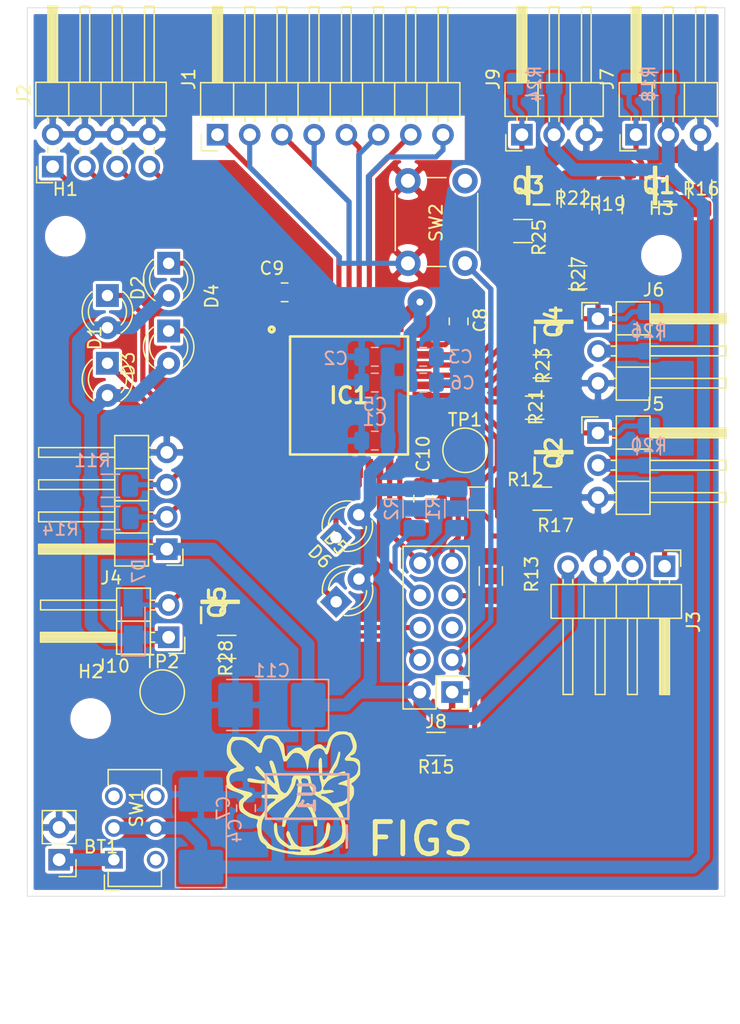
<source format=kicad_pcb>
(kicad_pcb (version 20171130) (host pcbnew "(5.1.9)-1")
  (title_block (title FIGS_PCB) (date 2021-03-04) (rev 1x) (company "FIGS INC."))
  (layers (0 F.Cu signal) (31 B.Cu signal) (34 B.Paste user) (35 F.Paste user) (36 B.SilkS user) (37 F.SilkS user) (38 B.Mask user) (39 F.Mask user) (44 Edge.Cuts user))
  (net 0 "")
  (net 1 GNDA)
  (net 2 "Net-(BT1-Pad1)")
  (net 3 +3V3)
  (net 4 +BATT)
  (net 5 /VCCD)
  (net 6 /VADC_BYPASS)
  (net 7 /CAPSENS_CMOD)
  (net 8 /SERVOS_LED3)
  (net 9 /SERVOS_LED2)
  (net 10 /SERVOS_LED1)
  (net 11 /SERVOS_LED0)
  (net 12 /STATUS_LED1)
  (net 13 /STATUS_LED0)
  (net 14 "Net-(D7-Pad2)")
  (net 15 "Net-(IC1-Pad43)")
  (net 16 "Net-(IC1-Pad42)")
  (net 17 "Net-(IC1-Pad41)")
  (net 18 /CAPSENSE3)
  (net 19 /CAPSENSE2)
  (net 20 /CAPSENSE1)
  (net 21 /CAPSENSE0)
  (net 22 /XRES)
  (net 23 /SERVOS_OUT3)
  (net 24 /SERVOS_OUT2)
  (net 25 /SERVOS_OUT1)
  (net 26 /SERVOS_OUT0)
  (net 27 "Net-(IC1-Pad27)")
  (net 28 "Net-(IC1-Pad26)")
  (net 29 /VIBRATION)
  (net 30 /TUNER_SDA)
  (net 31 /TUNER_SCL)
  (net 32 "Net-(IC1-Pad16)")
  (net 33 "Net-(IC1-Pad15)")
  (net 34 /SWD_CLK)
  (net 35 /SWD_IO)
  (net 36 /IMU_SDA)
  (net 37 /IMU_SCL)
  (net 38 /TIP_SENSOR3)
  (net 39 /TIP_SENSOR2)
  (net 40 /TIP_SENSOR1)
  (net 41 /TIP_SENSOR0)
  (net 42 /BT_UART_RX)
  (net 43 /BT_UART_TX)
  (net 44 /CTRLS0)
  (net 45 /CTRLS1)
  (net 46 /CTRLS2)
  (net 47 /KP_TX)
  (net 48 /KP_RX)
  (net 49 /CTRLS3)
  (net 50 "Net-(J8-Pad5)")
  (module FIGSGRAPHIC:GraphicFIGS10x10 (layer F.Cu) (at 51 82)
    (fp_text reference G*** hide)
    (fp_text value LOGO hide)
  )
  (module Resistor_SMD:R_1206_3216Metric_Pad1.30x1.75mm_HandSolder (layer B.Cu) (at 60.54 59.45 270)
    (fp_text reference R2 (at 0 1.82 90) (layer B.SilkS) (effects (justify mirror)))
    (fp_text value 10k)
    (pad 2 smd roundrect (at 1.55 0 270) (size 1.3 1.75) (layers B.Cu B.Paste B.Mask) (roundrect_rratio 0.1923076923076923) (net 31 /TUNER_SCL))
    (pad 1 smd roundrect (at -1.55 0 270) (size 1.3 1.75) (layers B.Cu B.Paste B.Mask) (roundrect_rratio 0.1923076923076923) (net 3 +3V3))
  )
  (module Resistor_SMD:R_1206_3216Metric_Pad1.30x1.75mm_HandSolder (layer B.Cu) (at 63.83 59.45 270)
    (fp_text reference R1 (at 0 1.82 90) (layer B.SilkS) (effects (justify mirror)))
    (fp_text value 10k)
    (pad 2 smd roundrect (at 1.55 0 270) (size 1.3 1.75) (layers B.Cu B.Paste B.Mask) (roundrect_rratio 0.1923076923076923) (net 30 /TUNER_SDA))
    (pad 1 smd roundrect (at -1.55 0 270) (size 1.3 1.75) (layers B.Cu B.Paste B.Mask) (roundrect_rratio 0.1923076923076923) (net 3 +3V3))
  )
  (module TestPoint:TestPoint_Pad_D3.0mm (layer F.Cu) (at 40.64 73.914)
    (fp_text reference TP2 (at 0 -2.398) (layer F.SilkS))
    (fp_text value TestPoint)
    (pad 1 smd circle (at 0 0) (size 3 3) (layers F.Cu F.Mask) (net 29 /VIBRATION))
  )
  (module TestPoint:TestPoint_Pad_D3.0mm (layer F.Cu) (at 64.516 54.864)
    (fp_text reference TP1 (at 0 -2.398) (layer F.SilkS))
    (fp_text value TestPoint)
    (pad 1 smd circle (at 0 0) (size 3 3) (layers F.Cu F.Mask) (net 29 /VIBRATION))
  )
  (module Connector_PinHeader_2.54mm:PinHeader_2x04_P2.54mm_Horizontal (layer F.Cu) (at 32.004 32.512 90)
    (fp_text reference J2 (at 5.655 -2.27 90) (layer F.SilkS))
    (fp_text value FINGCONN)
    (pad 8 thru_hole oval (at 2.54 7.62 90) (size 1.7 1.7) (drill 1) (layers *.Cu *.Mask) (net 1 GNDA))
    (pad 7 thru_hole oval (at 0 7.62 90) (size 1.7 1.7) (drill 1) (layers *.Cu *.Mask) (net 41 /TIP_SENSOR0))
    (pad 6 thru_hole oval (at 2.54 5.08 90) (size 1.7 1.7) (drill 1) (layers *.Cu *.Mask) (net 1 GNDA))
    (pad 5 thru_hole oval (at 0 5.08 90) (size 1.7 1.7) (drill 1) (layers *.Cu *.Mask) (net 40 /TIP_SENSOR1))
    (pad 4 thru_hole oval (at 2.54 2.54 90) (size 1.7 1.7) (drill 1) (layers *.Cu *.Mask) (net 1 GNDA))
    (pad 3 thru_hole oval (at 0 2.54 90) (size 1.7 1.7) (drill 1) (layers *.Cu *.Mask) (net 39 /TIP_SENSOR2))
    (pad 2 thru_hole oval (at 2.54 0 90) (size 1.7 1.7) (drill 1) (layers *.Cu *.Mask) (net 1 GNDA))
    (pad 1 thru_hole rect (at 0 0 90) (size 1.7 1.7) (drill 1) (layers *.Cu *.Mask) (net 38 /TIP_SENSOR3))
  )
  (module LED_THT:LED_D3.0mm (layer F.Cu) (at 54.337949 61.740051 45)
    (fp_text reference D6 (at -1.957979 0.163342 315) (layer F.SilkS))
    (fp_text value LED)
    (pad 2 thru_hole circle (at 2.54 0 45) (size 1.8 1.8) (drill 0.9) (layers *.Cu *.Mask) (net 3 +3V3))
    (pad 1 thru_hole rect (at 0 0 45) (size 1.8 1.8) (drill 0.9) (layers *.Cu *.Mask) (net 13 /STATUS_LED0))
  )
  (module Capacitor_SMD:C_0805_2012Metric_Pad1.18x1.45mm_HandSolder (layer F.Cu) (at 64.008 44.704 90)
    (fp_text reference C8 (at 0.089803 1.706249 90) (layer F.SilkS))
    (fp_text value 1uF)
    (pad 2 smd roundrect (at 1.0375 0 90) (size 1.175 1.45) (layers F.Cu F.Paste F.Mask) (roundrect_rratio 0.2127659574468085) (net 1 GNDA))
    (pad 1 smd roundrect (at -1.0375 0 90) (size 1.175 1.45) (layers F.Cu F.Paste F.Mask) (roundrect_rratio 0.2127659574468085) (net 5 /VCCD))
  )
  (module Button_Switch_THT:SW_PUSH_6mm_H4.3mm (layer F.Cu) (at 64.516 33.632 270)
    (fp_text reference SW2 (at 3.302 2.286 90) (layer F.SilkS))
    (fp_text value SW_Push)
    (pad 1 thru_hole circle (at 6.5 0) (size 2 2) (drill 1.1) (layers *.Cu *.Mask) (net 22 /XRES))
    (pad 2 thru_hole circle (at 6.5 4.5) (size 2 2) (drill 1.1) (layers *.Cu *.Mask) (net 1 GNDA))
    (pad 1 thru_hole circle (at 0 0) (size 2 2) (drill 1.1) (layers *.Cu *.Mask) (net 22 /XRES))
    (pad 2 thru_hole circle (at 0 4.5) (size 2 2) (drill 1.1) (layers *.Cu *.Mask) (net 1 GNDA))
  )
  (module CY8C4245AXI-483:QFP80P1200X1200X160-44N (layer F.Cu) (at 55.372 50.546)
    (fp_text reference IC1 (at 0 0) (layer F.SilkS) (effects (font (size 1.27 1.27) (thickness 0.254))))
    (fp_text value CY8C4245AXI-483 hide)
    (pad 44 smd rect (at -4 -5.75) (size 0.6 1.5) (layers F.Cu F.Paste F.Mask) (net 6 /VADC_BYPASS))
    (pad 43 smd rect (at -3.2 -5.75) (size 0.6 1.5) (layers F.Cu F.Paste F.Mask) (net 15 "Net-(IC1-Pad43)"))
    (pad 42 smd rect (at -2.4 -5.75) (size 0.6 1.5) (layers F.Cu F.Paste F.Mask) (net 16 "Net-(IC1-Pad42)"))
    (pad 41 smd rect (at -1.6 -5.75) (size 0.6 1.5) (layers F.Cu F.Paste F.Mask) (net 17 "Net-(IC1-Pad41)"))
    (pad 40 smd rect (at -0.8 -5.75) (size 0.6 1.5) (layers F.Cu F.Paste F.Mask) (net 18 /CAPSENSE3))
    (pad 39 smd rect (at 0 -5.75) (size 0.6 1.5) (layers F.Cu F.Paste F.Mask) (net 19 /CAPSENSE2))
    (pad 38 smd rect (at 0.8 -5.75) (size 0.6 1.5) (layers F.Cu F.Paste F.Mask) (net 20 /CAPSENSE1))
    (pad 37 smd rect (at 1.6 -5.75) (size 0.6 1.5) (layers F.Cu F.Paste F.Mask) (net 21 /CAPSENSE0))
    (pad 36 smd rect (at 2.4 -5.75) (size 0.6 1.5) (layers F.Cu F.Paste F.Mask) (net 1 GNDA))
    (pad 35 smd rect (at 3.2 -5.75) (size 0.6 1.5) (layers F.Cu F.Paste F.Mask) (net 3 +3V3))
    (pad 34 smd rect (at 4 -5.75) (size 0.6 1.5) (layers F.Cu F.Paste F.Mask) (net 3 +3V3))
    (pad 33 smd rect (at 5.75 -4 90) (size 0.6 1.5) (layers F.Cu F.Paste F.Mask) (net 5 /VCCD))
    (pad 32 smd rect (at 5.75 -3.2 90) (size 0.6 1.5) (layers F.Cu F.Paste F.Mask) (net 22 /XRES))
    (pad 31 smd rect (at 5.75 -2.4 90) (size 0.6 1.5) (layers F.Cu F.Paste F.Mask) (net 23 /SERVOS_OUT3))
    (pad 30 smd rect (at 5.75 -1.6 90) (size 0.6 1.5) (layers F.Cu F.Paste F.Mask) (net 24 /SERVOS_OUT2))
    (pad 29 smd rect (at 5.75 -0.8 90) (size 0.6 1.5) (layers F.Cu F.Paste F.Mask) (net 25 /SERVOS_OUT1))
    (pad 28 smd rect (at 5.75 0 90) (size 0.6 1.5) (layers F.Cu F.Paste F.Mask) (net 26 /SERVOS_OUT0))
    (pad 27 smd rect (at 5.75 0.8 90) (size 0.6 1.5) (layers F.Cu F.Paste F.Mask) (net 27 "Net-(IC1-Pad27)"))
    (pad 26 smd rect (at 5.75 1.6 90) (size 0.6 1.5) (layers F.Cu F.Paste F.Mask) (net 28 "Net-(IC1-Pad26)"))
    (pad 25 smd rect (at 5.75 2.4 90) (size 0.6 1.5) (layers F.Cu F.Paste F.Mask) (net 42 /BT_UART_RX))
    (pad 24 smd rect (at 5.75 3.2 90) (size 0.6 1.5) (layers F.Cu F.Paste F.Mask) (net 43 /BT_UART_TX))
    (pad 23 smd rect (at 5.75 4 90) (size 0.6 1.5) (layers F.Cu F.Paste F.Mask) (net 29 /VIBRATION))
    (pad 22 smd rect (at 4 5.75) (size 0.6 1.5) (layers F.Cu F.Paste F.Mask) (net 7 /CAPSENS_CMOD))
    (pad 21 smd rect (at 3.2 5.75) (size 0.6 1.5) (layers F.Cu F.Paste F.Mask) (net 30 /TUNER_SDA))
    (pad 20 smd rect (at 2.4 5.75) (size 0.6 1.5) (layers F.Cu F.Paste F.Mask) (net 31 /TUNER_SCL))
    (pad 19 smd rect (at 1.6 5.75) (size 0.6 1.5) (layers F.Cu F.Paste F.Mask) (net 3 +3V3))
    (pad 18 smd rect (at 0.8 5.75) (size 0.6 1.5) (layers F.Cu F.Paste F.Mask) (net 13 /STATUS_LED0))
    (pad 17 smd rect (at 0 5.75) (size 0.6 1.5) (layers F.Cu F.Paste F.Mask) (net 12 /STATUS_LED1))
    (pad 16 smd rect (at -0.8 5.75) (size 0.6 1.5) (layers F.Cu F.Paste F.Mask) (net 32 "Net-(IC1-Pad16)"))
    (pad 15 smd rect (at -1.6 5.75) (size 0.6 1.5) (layers F.Cu F.Paste F.Mask) (net 33 "Net-(IC1-Pad15)"))
    (pad 14 smd rect (at -2.4 5.75) (size 0.6 1.5) (layers F.Cu F.Paste F.Mask) (net 34 /SWD_CLK))
    (pad 13 smd rect (at -3.2 5.75) (size 0.6 1.5) (layers F.Cu F.Paste F.Mask) (net 35 /SWD_IO))
    (pad 12 smd rect (at -4 5.75) (size 0.6 1.5) (layers F.Cu F.Paste F.Mask) (net 36 /IMU_SDA))
    (pad 11 smd rect (at -5.75 4 90) (size 0.6 1.5) (layers F.Cu F.Paste F.Mask) (net 37 /IMU_SCL))
    (pad 10 smd rect (at -5.75 3.2 90) (size 0.6 1.5) (layers F.Cu F.Paste F.Mask) (net 1 GNDA))
    (pad 9 smd rect (at -5.75 2.4 90) (size 0.6 1.5) (layers F.Cu F.Paste F.Mask) (net 8 /SERVOS_LED3))
    (pad 8 smd rect (at -5.75 1.6 90) (size 0.6 1.5) (layers F.Cu F.Paste F.Mask) (net 9 /SERVOS_LED2))
    (pad 7 smd rect (at -5.75 0.8 90) (size 0.6 1.5) (layers F.Cu F.Paste F.Mask) (net 10 /SERVOS_LED1))
    (pad 6 smd rect (at -5.75 0 90) (size 0.6 1.5) (layers F.Cu F.Paste F.Mask) (net 11 /SERVOS_LED0))
    (pad 5 smd rect (at -5.75 -0.8 90) (size 0.6 1.5) (layers F.Cu F.Paste F.Mask) (net 38 /TIP_SENSOR3))
    (pad 4 smd rect (at -5.75 -1.6 90) (size 0.6 1.5) (layers F.Cu F.Paste F.Mask) (net 39 /TIP_SENSOR2))
    (pad 3 smd rect (at -5.75 -2.4 90) (size 0.6 1.5) (layers F.Cu F.Paste F.Mask) (net 40 /TIP_SENSOR1))
    (pad 2 smd rect (at -5.75 -3.2 90) (size 0.6 1.5) (layers F.Cu F.Paste F.Mask) (net 41 /TIP_SENSOR0))
    (pad 1 smd rect (at -5.75 -4 90) (size 0.6 1.5) (layers F.Cu F.Paste F.Mask) (net 1 GNDA))
  )
  (module MountingHole:MountingHole_2.7mm (layer F.Cu) (at 80 39.5)
    (fp_text reference H3 (at 0 -3.7) (layer F.SilkS))
    (fp_text value MountingHole)
    (pad 1 np_thru_hole circle (at 0 0) (size 2.7 2.7) (drill 2.7) (layers *.Cu *.Mask))
  )
  (module MountingHole:MountingHole_2.7mm (layer F.Cu) (at 35 76)
    (fp_text reference H2 (at 0 -3.7) (layer F.SilkS))
    (fp_text value MountingHole)
    (pad 1 np_thru_hole circle (at 0 0) (size 2.7 2.7) (drill 2.7) (layers *.Cu *.Mask))
  )
  (module MountingHole:MountingHole_2.7mm (layer F.Cu) (at 33 38)
    (fp_text reference H1 (at 0 -3.7) (layer F.SilkS))
    (fp_text value MountingHole)
    (pad 1 np_thru_hole circle (at 0 0) (size 2.7 2.7) (drill 2.7) (layers *.Cu *.Mask))
  )
  (module Capacitor_Tantalum_SMD:CP_EIA-7132-20_AVX-U_Pad2.72x3.50mm_HandSolder (layer B.Cu) (at 49.276 74.93 180)
    (fp_text reference C11 (at 0 2.7) (layer B.SilkS) (effects (justify mirror)))
    (fp_text value 10uF)
    (pad 2 smd roundrect (at 2.8625 0 180) (size 2.725 3.5) (layers B.Cu B.Paste B.Mask) (roundrect_rratio 0.09174275229357798) (net 1 GNDA))
    (pad 1 smd roundrect (at -2.8625 0 180) (size 2.725 3.5) (layers B.Cu B.Paste B.Mask) (roundrect_rratio 0.09174275229357798) (net 3 +3V3))
  )
  (module Capacitor_Tantalum_SMD:CP_EIA-7132-20_AVX-U_Pad2.72x3.50mm_HandSolder (layer B.Cu) (at 43.688 84.836 90)
    (fp_text reference C4 (at 0 2.7 90) (layer B.SilkS) (effects (justify mirror)))
    (fp_text value 10uF)
    (pad 2 smd roundrect (at 2.8625 0 90) (size 2.725 3.5) (layers B.Cu B.Paste B.Mask) (roundrect_rratio 0.09174275229357798) (net 1 GNDA))
    (pad 1 smd roundrect (at -2.8625 0 90) (size 2.725 3.5) (layers B.Cu B.Paste B.Mask) (roundrect_rratio 0.09174275229357798) (net 4 +BATT))
  )
  (module Connector_PinHeader_2.54mm:PinHeader_1x04_P2.54mm_Horizontal (layer F.Cu) (at 80.25 64 270)
    (fp_text reference J3 (at 4.385 -2.27 90) (layer F.SilkS))
    (fp_text value BLUTH)
    (pad 4 thru_hole oval (at 0 7.62 270) (size 1.7 1.7) (drill 1) (layers *.Cu *.Mask) (net 3 +3V3))
    (pad 3 thru_hole oval (at 0 5.08 270) (size 1.7 1.7) (drill 1) (layers *.Cu *.Mask) (net 1 GNDA))
    (pad 2 thru_hole oval (at 0 2.54 270) (size 1.7 1.7) (drill 1) (layers *.Cu *.Mask) (net 43 /BT_UART_TX))
    (pad 1 thru_hole rect (at 0 0 270) (size 1.7 1.7) (drill 1) (layers *.Cu *.Mask) (net 42 /BT_UART_RX))
  )
  (module FDV303N:SOT96P237X111-3N (layer F.Cu) (at 45.212 66.802 90)
    (fp_text reference Q5 (at -0.04064 -0.2286 90) (layer F.SilkS) (effects (font (size 1.27 1.27) (thickness 0.254))))
    (fp_text value FDV303N hide)
    (pad 3 smd rect (at 1.05 0 180) (size 0.6 1.25) (layers F.Cu F.Paste F.Mask) (net 14 "Net-(D7-Pad2)"))
    (pad 2 smd rect (at -1.05 0.955 180) (size 0.6 1.25) (layers F.Cu F.Paste F.Mask) (net 1 GNDA))
    (pad 1 smd rect (at -1.05 -0.955 180) (size 0.6 1.25) (layers F.Cu F.Paste F.Mask) (net 29 /VIBRATION))
  )
  (module FDV303N:SOT96P237X111-3N (layer F.Cu) (at 71.508 44.738 90)
    (fp_text reference Q4 (at 0 0 90) (layer F.SilkS) (effects (font (size 1.27 1.27) (thickness 0.254))))
    (fp_text value FDV303N hide)
    (pad 3 smd rect (at 1.05 0 180) (size 0.6 1.25) (layers F.Cu F.Paste F.Mask) (net 45 /CTRLS1))
    (pad 2 smd rect (at -1.05 0.955 180) (size 0.6 1.25) (layers F.Cu F.Paste F.Mask) (net 1 GNDA))
    (pad 1 smd rect (at -1.05 -0.955 180) (size 0.6 1.25) (layers F.Cu F.Paste F.Mask) (net 25 /SERVOS_OUT1))
  )
  (module FDV303N:SOT96P237X111-3N (layer F.Cu) (at 69.5 34 180)
    (fp_text reference Q3 (at 0 0) (layer F.SilkS) (effects (font (size 1.27 1.27) (thickness 0.254))))
    (fp_text value FDV303N hide)
    (pad 3 smd rect (at 1.05 0 270) (size 0.6 1.25) (layers F.Cu F.Paste F.Mask) (net 49 /CTRLS3))
    (pad 2 smd rect (at -1.05 0.955 270) (size 0.6 1.25) (layers F.Cu F.Paste F.Mask) (net 1 GNDA))
    (pad 1 smd rect (at -1.05 -0.955 270) (size 0.6 1.25) (layers F.Cu F.Paste F.Mask) (net 23 /SERVOS_OUT3))
  )
  (module FDV303N:SOT96P237X111-3N (layer F.Cu) (at 71.508 55.008 90)
    (fp_text reference Q2 (at -0.068 0.01 90) (layer F.SilkS) (effects (font (size 1.27 1.27) (thickness 0.254))))
    (fp_text value FDV303N hide)
    (pad 3 smd rect (at 1.05 0 180) (size 0.6 1.25) (layers F.Cu F.Paste F.Mask) (net 44 /CTRLS0))
    (pad 2 smd rect (at -1.05 0.955 180) (size 0.6 1.25) (layers F.Cu F.Paste F.Mask) (net 1 GNDA))
    (pad 1 smd rect (at -1.05 -0.955 180) (size 0.6 1.25) (layers F.Cu F.Paste F.Mask) (net 26 /SERVOS_OUT0))
  )
  (module FDV303N:SOT96P237X111-3N (layer F.Cu) (at 79.5 34 180)
    (fp_text reference Q1 (at -0.285001 0) (layer F.SilkS) (effects (font (size 1.27 1.27) (thickness 0.254))))
    (fp_text value FDV303N hide)
    (pad 3 smd rect (at 1.05 0 270) (size 0.6 1.25) (layers F.Cu F.Paste F.Mask) (net 46 /CTRLS2))
    (pad 2 smd rect (at -1.05 0.955 270) (size 0.6 1.25) (layers F.Cu F.Paste F.Mask) (net 1 GNDA))
    (pad 1 smd rect (at -1.05 -0.955 270) (size 0.6 1.25) (layers F.Cu F.Paste F.Mask) (net 24 /SERVOS_OUT2))
  )
  (module Capacitor_SMD:C_0805_2012Metric_Pad1.18x1.45mm_HandSolder (layer F.Cu) (at 50.292 42.418 180)
    (fp_text reference C9 (at 1.004642 1.890958) (layer F.SilkS))
    (fp_text value 1uF)
    (pad 2 smd roundrect (at 1.0375 0 180) (size 1.175 1.45) (layers F.Cu F.Paste F.Mask) (roundrect_rratio 0.2127659574468085) (net 1 GNDA))
    (pad 1 smd roundrect (at -1.0375 0 180) (size 1.175 1.45) (layers F.Cu F.Paste F.Mask) (roundrect_rratio 0.2127659574468085) (net 6 /VADC_BYPASS))
  )
  (module Connector_PinHeader_2.54mm:PinHeader_2x05_P2.54mm_Vertical (layer F.Cu) (at 63.5 73.914 180)
    (fp_text reference J8 (at 1.27 -2.33 180) (layer F.SilkS))
    (fp_text value PROGRAMMER)
    (pad 10 thru_hole oval (at 2.54 10.16 180) (size 1.7 1.7) (drill 1) (layers *.Cu *.Mask) (net 30 /TUNER_SDA))
    (pad 9 thru_hole oval (at 0 10.16 180) (size 1.7 1.7) (drill 1) (layers *.Cu *.Mask) (net 48 /KP_RX))
    (pad 8 thru_hole oval (at 2.54 7.62 180) (size 1.7 1.7) (drill 1) (layers *.Cu *.Mask) (net 31 /TUNER_SCL))
    (pad 7 thru_hole oval (at 0 7.62 180) (size 1.7 1.7) (drill 1) (layers *.Cu *.Mask) (net 47 /KP_TX))
    (pad 6 thru_hole oval (at 2.54 5.08 180) (size 1.7 1.7) (drill 1) (layers *.Cu *.Mask) (net 34 /SWD_CLK))
    (pad 5 thru_hole oval (at 0 5.08 180) (size 1.7 1.7) (drill 1) (layers *.Cu *.Mask) (net 50 "Net-(J8-Pad5)"))
    (pad 4 thru_hole oval (at 2.54 2.54 180) (size 1.7 1.7) (drill 1) (layers *.Cu *.Mask) (net 35 /SWD_IO))
    (pad 3 thru_hole oval (at 0 2.54 180) (size 1.7 1.7) (drill 1) (layers *.Cu *.Mask) (net 22 /XRES))
    (pad 2 thru_hole oval (at 2.54 0 180) (size 1.7 1.7) (drill 1) (layers *.Cu *.Mask) (net 3 +3V3))
    (pad 1 thru_hole rect (at 0 0 180) (size 1.7 1.7) (drill 1) (layers *.Cu *.Mask) (net 1 GNDA))
  )
  (module Connector_PinHeader_2.54mm:PinHeader_1x02_P2.54mm_Horizontal (layer F.Cu) (at 41.148 69.596 180)
    (fp_text reference J10 (at 4.385 -2.27 180) (layer F.SilkS))
    (fp_text value HAPTIC_M)
    (pad 2 thru_hole oval (at 0 2.54 180) (size 1.7 1.7) (drill 1) (layers *.Cu *.Mask) (net 14 "Net-(D7-Pad2)"))
    (pad 1 thru_hole rect (at 0 0 180) (size 1.7 1.7) (drill 1) (layers *.Cu *.Mask) (net 3 +3V3))
  )
  (module Connector_PinHeader_2.54mm:PinHeader_1x03_P2.54mm_Horizontal (layer F.Cu) (at 69 30 90)
    (fp_text reference J9 (at 4.385 -2.27 90) (layer F.SilkS))
    (fp_text value SERVO_3)
    (pad 3 thru_hole oval (at 0 5.08 90) (size 1.7 1.7) (drill 1) (layers *.Cu *.Mask) (net 1 GNDA))
    (pad 2 thru_hole oval (at 0 2.54 90) (size 1.7 1.7) (drill 1) (layers *.Cu *.Mask) (net 4 +BATT))
    (pad 1 thru_hole rect (at 0 0 90) (size 1.7 1.7) (drill 1) (layers *.Cu *.Mask) (net 49 /CTRLS3))
  )
  (module Connector_PinHeader_2.54mm:PinHeader_1x03_P2.54mm_Horizontal (layer F.Cu) (at 78 30 90)
    (fp_text reference J7 (at 4.385 -2.27 90) (layer F.SilkS))
    (fp_text value SERVO_2)
    (pad 3 thru_hole oval (at 0 5.08 90) (size 1.7 1.7) (drill 1) (layers *.Cu *.Mask) (net 1 GNDA))
    (pad 2 thru_hole oval (at 0 2.54 90) (size 1.7 1.7) (drill 1) (layers *.Cu *.Mask) (net 4 +BATT))
    (pad 1 thru_hole rect (at 0 0 90) (size 1.7 1.7) (drill 1) (layers *.Cu *.Mask) (net 46 /CTRLS2))
  )
  (module Connector_PinHeader_2.54mm:PinHeader_1x03_P2.54mm_Horizontal (layer F.Cu) (at 75 44.5)
    (fp_text reference J6 (at 4.385 -2.27) (layer F.SilkS))
    (fp_text value SERVO_1)
    (pad 3 thru_hole oval (at 0 5.08) (size 1.7 1.7) (drill 1) (layers *.Cu *.Mask) (net 1 GNDA))
    (pad 2 thru_hole oval (at 0 2.54) (size 1.7 1.7) (drill 1) (layers *.Cu *.Mask) (net 4 +BATT))
    (pad 1 thru_hole rect (at 0 0) (size 1.7 1.7) (drill 1) (layers *.Cu *.Mask) (net 45 /CTRLS1))
  )
  (module Connector_PinHeader_2.54mm:PinHeader_1x03_P2.54mm_Horizontal (layer F.Cu) (at 75 53.5)
    (fp_text reference J5 (at 4.385 -2.27) (layer F.SilkS))
    (fp_text value SERVO_0)
    (pad 3 thru_hole oval (at 0 5.08) (size 1.7 1.7) (drill 1) (layers *.Cu *.Mask) (net 1 GNDA))
    (pad 2 thru_hole oval (at 0 2.54) (size 1.7 1.7) (drill 1) (layers *.Cu *.Mask) (net 4 +BATT))
    (pad 1 thru_hole rect (at 0 0) (size 1.7 1.7) (drill 1) (layers *.Cu *.Mask) (net 44 /CTRLS0))
  )
  (module Connector_PinHeader_2.54mm:PinHeader_1x04_P2.54mm_Horizontal (layer F.Cu) (at 41 62.652 180)
    (fp_text reference J4 (at 4.385 -2.27 180) (layer F.SilkS))
    (fp_text value IMU)
    (pad 4 thru_hole oval (at 0 7.62 180) (size 1.7 1.7) (drill 1) (layers *.Cu *.Mask) (net 1 GNDA))
    (pad 3 thru_hole oval (at 0 5.08 180) (size 1.7 1.7) (drill 1) (layers *.Cu *.Mask) (net 37 /IMU_SCL))
    (pad 2 thru_hole oval (at 0 2.54 180) (size 1.7 1.7) (drill 1) (layers *.Cu *.Mask) (net 36 /IMU_SDA))
    (pad 1 thru_hole rect (at 0 0 180) (size 1.7 1.7) (drill 1) (layers *.Cu *.Mask) (net 3 +3V3))
  )
  (module Connector_PinHeader_2.54mm:PinHeader_1x08_P2.54mm_Horizontal (layer F.Cu) (at 45 30 90)
    (fp_text reference J1 (at 4.385 -2.27 90) (layer F.SilkS))
    (fp_text value CAPSENSE_CON)
    (pad 8 thru_hole oval (at 0 17.78 90) (size 1.7 1.7) (drill 1) (layers *.Cu *.Mask) (net 1 GNDA))
    (pad 7 thru_hole oval (at 0 15.24 90) (size 1.7 1.7) (drill 1) (layers *.Cu *.Mask) (net 21 /CAPSENSE0))
    (pad 6 thru_hole oval (at 0 12.7 90) (size 1.7 1.7) (drill 1) (layers *.Cu *.Mask) (net 1 GNDA))
    (pad 5 thru_hole oval (at 0 10.16 90) (size 1.7 1.7) (drill 1) (layers *.Cu *.Mask) (net 20 /CAPSENSE1))
    (pad 4 thru_hole oval (at 0 7.62 90) (size 1.7 1.7) (drill 1) (layers *.Cu *.Mask) (net 1 GNDA))
    (pad 3 thru_hole oval (at 0 5.08 90) (size 1.7 1.7) (drill 1) (layers *.Cu *.Mask) (net 19 /CAPSENSE2))
    (pad 2 thru_hole oval (at 0 2.54 90) (size 1.7 1.7) (drill 1) (layers *.Cu *.Mask) (net 1 GNDA))
    (pad 1 thru_hole rect (at 0 0 90) (size 1.7 1.7) (drill 1) (layers *.Cu *.Mask) (net 18 /CAPSENSE3))
  )
  (module TLV1117-33CDCY:SOT230P700X180-4N (layer B.Cu) (at 52.07 82.144 90)
    (fp_text reference U1 (at -0.0508 0 270) (layer B.SilkS) (effects (font (size 1.27 1.27) (thickness 0.254)) (justify mirror)))
    (fp_text value TLV1117-33 hide)
    (pad 4 smd rect (at 3.15 0 90) (size 1.75 3.200001) (layers B.Cu B.Paste B.Mask))
    (pad 3 smd rect (at -3.15 -2.3) (size 0.95 1.75) (layers B.Cu B.Paste B.Mask) (net 4 +BATT))
    (pad 2 smd rect (at -3.15 0) (size 0.95 1.75) (layers B.Cu B.Paste B.Mask) (net 3 +3V3))
    (pad 1 smd rect (at -3.15 2.3) (size 0.95 1.75) (layers B.Cu B.Paste B.Mask) (net 1 GNDA))
  )
  (module Button_Switch_THT:SW_CuK_JS202011CQN_DPDT_Straight (layer F.Cu) (at 36.83 87.122 90)
    (fp_text reference SW1 (at 4.064 1.778 90) (layer F.SilkS))
    (fp_text value SW_ON)
    (pad 6 thru_hole circle (at 5 3.3 90) (size 1.4 1.4) (drill 0.9) (layers *.Cu *.Mask))
    (pad 5 thru_hole circle (at 2.5 3.3 90) (size 1.4 1.4) (drill 0.9) (layers *.Cu *.Mask))
    (pad 4 thru_hole circle (at 0 3.3 90) (size 1.4 1.4) (drill 0.9) (layers *.Cu *.Mask))
    (pad 3 thru_hole circle (at 5 0 90) (size 1.4 1.4) (drill 0.9) (layers *.Cu *.Mask))
    (pad 2 thru_hole circle (at 2.5 0 90) (size 1.4 1.4) (drill 0.9) (layers *.Cu *.Mask) (net 4 +BATT))
    (pad 1 thru_hole rect (at 0 0 90) (size 1.4 1.4) (drill 0.9) (layers *.Cu *.Mask) (net 2 "Net-(BT1-Pad1)"))
  )
  (module Resistor_SMD:R_1206_3216Metric_Pad1.30x1.75mm_HandSolder (layer F.Cu) (at 45.72 70.358 180)
    (fp_text reference R28 (at 0.062225 -0.885298 90) (layer F.SilkS))
    (fp_text value 100k)
    (pad 2 smd roundrect (at 1.55 0 180) (size 1.3 1.75) (layers F.Cu F.Paste F.Mask) (roundrect_rratio 0.1923069230769231) (net 29 /VIBRATION))
    (pad 1 smd roundrect (at -1.55 0 180) (size 1.3 1.75) (layers F.Cu F.Paste F.Mask) (roundrect_rratio 0.1923069230769231) (net 1 GNDA))
  )
  (module Resistor_SMD:R_1206_3216Metric_Pad1.30x1.75mm_HandSolder (layer F.Cu) (at 73.406 41.238)
    (fp_text reference R27 (at 0.06 -0.22 90) (layer F.SilkS))
    (fp_text value nc)
    (pad 2 smd roundrect (at 1.55 0) (size 1.3 1.75) (layers F.Cu F.Paste F.Mask) (roundrect_rratio 0.1923069230769231) (net 45 /CTRLS1))
    (pad 1 smd roundrect (at -1.55 0) (size 1.3 1.75) (layers F.Cu F.Paste F.Mask) (roundrect_rratio 0.1923069230769231) (net 25 /SERVOS_OUT1))
  )
  (module Resistor_SMD:R_1206_3216Metric_Pad1.30x1.75mm_HandSolder (layer B.Cu) (at 79 45.5 90)
    (fp_text reference R26 (at 0.026 0) (layer B.SilkS) (effects (justify mirror)))
    (fp_text value 4k7)
    (pad 2 smd roundrect (at 1.55 0 90) (size 1.3 1.75) (layers B.Cu B.Paste B.Mask) (roundrect_rratio 0.1923069230769231) (net 45 /CTRLS1))
    (pad 1 smd roundrect (at -1.55 0 90) (size 1.3 1.75) (layers B.Cu B.Paste B.Mask) (roundrect_rratio 0.1923069230769231) (net 4 +BATT))
  )
  (module Resistor_SMD:R_1206_3216Metric_Pad1.30x1.75mm_HandSolder (layer F.Cu) (at 69.088 37.592 180)
    (fp_text reference R25 (at -1.27 -0.508 90) (layer F.SilkS))
    (fp_text value nc)
    (pad 2 smd roundrect (at 1.55 0 180) (size 1.3 1.75) (layers F.Cu F.Paste F.Mask) (roundrect_rratio 0.1923069230769231) (net 49 /CTRLS3))
    (pad 1 smd roundrect (at -1.55 0 180) (size 1.3 1.75) (layers F.Cu F.Paste F.Mask) (roundrect_rratio 0.1923069230769231) (net 23 /SERVOS_OUT3))
  )
  (module Resistor_SMD:R_1206_3216Metric_Pad1.30x1.75mm_HandSolder (layer B.Cu) (at 70 26 180)
    (fp_text reference R24 (at 0 0 -90) (layer B.SilkS) (effects (justify mirror)))
    (fp_text value 4k7)
    (pad 2 smd roundrect (at 1.55 0 180) (size 1.3 1.75) (layers B.Cu B.Paste B.Mask) (roundrect_rratio 0.1923069230769231) (net 49 /CTRLS3))
    (pad 1 smd roundrect (at -1.55 0 180) (size 1.3 1.75) (layers B.Cu B.Paste B.Mask) (roundrect_rratio 0.1923069230769231) (net 4 +BATT))
  )
  (module Resistor_SMD:R_1206_3216Metric_Pad1.30x1.75mm_HandSolder (layer F.Cu) (at 70.612 48.26 180)
    (fp_text reference R23 (at -0.05 0.06 90) (layer F.SilkS))
    (fp_text value 100k)
    (pad 2 smd roundrect (at 1.55 0 180) (size 1.3 1.75) (layers F.Cu F.Paste F.Mask) (roundrect_rratio 0.1923069230769231) (net 25 /SERVOS_OUT1))
    (pad 1 smd roundrect (at -1.55 0 180) (size 1.3 1.75) (layers F.Cu F.Paste F.Mask) (roundrect_rratio 0.1923069230769231) (net 1 GNDA))
  )
  (module Resistor_SMD:R_1206_3216Metric_Pad1.30x1.75mm_HandSolder (layer F.Cu) (at 73 35 270)
    (fp_text reference R22 (at 0 0) (layer F.SilkS))
    (fp_text value 100k)
    (pad 2 smd roundrect (at 1.55 0 270) (size 1.3 1.75) (layers F.Cu F.Paste F.Mask) (roundrect_rratio 0.1923069230769231) (net 23 /SERVOS_OUT3))
    (pad 1 smd roundrect (at -1.55 0 270) (size 1.3 1.75) (layers F.Cu F.Paste F.Mask) (roundrect_rratio 0.1923069230769231) (net 1 GNDA))
  )
  (module Resistor_SMD:R_1206_3216Metric_Pad1.30x1.75mm_HandSolder (layer F.Cu) (at 70.008 51.508)
    (fp_text reference R21 (at 0.09 -0.06 90) (layer F.SilkS))
    (fp_text value nc)
    (pad 2 smd roundrect (at 1.55 0) (size 1.3 1.75) (layers F.Cu F.Paste F.Mask) (roundrect_rratio 0.1923069230769231) (net 44 /CTRLS0))
    (pad 1 smd roundrect (at -1.55 0) (size 1.3 1.75) (layers F.Cu F.Paste F.Mask) (roundrect_rratio 0.1923069230769231) (net 26 /SERVOS_OUT0))
  )
  (module Resistor_SMD:R_1206_3216Metric_Pad1.30x1.75mm_HandSolder (layer B.Cu) (at 79 54.5 90)
    (fp_text reference R20 (at 0.026 0) (layer B.SilkS) (effects (justify mirror)))
    (fp_text value 4k7)
    (pad 2 smd roundrect (at 1.55 0 90) (size 1.3 1.75) (layers B.Cu B.Paste B.Mask) (roundrect_rratio 0.1923069230769231) (net 44 /CTRLS0))
    (pad 1 smd roundrect (at -1.55 0 90) (size 1.3 1.75) (layers B.Cu B.Paste B.Mask) (roundrect_rratio 0.1923069230769231) (net 4 +BATT))
  )
  (module Resistor_SMD:R_1206_3216Metric_Pad1.30x1.75mm_HandSolder (layer F.Cu) (at 76 35.5 90)
    (fp_text reference R19 (at 0.026 -0.254) (layer F.SilkS))
    (fp_text value nc)
    (pad 2 smd roundrect (at 1.55 0 90) (size 1.3 1.75) (layers F.Cu F.Paste F.Mask) (roundrect_rratio 0.1923069230769231) (net 46 /CTRLS2))
    (pad 1 smd roundrect (at -1.55 0 90) (size 1.3 1.75) (layers F.Cu F.Paste F.Mask) (roundrect_rratio 0.1923069230769231) (net 24 /SERVOS_OUT2))
  )
  (module Resistor_SMD:R_1206_3216Metric_Pad1.30x1.75mm_HandSolder (layer B.Cu) (at 79 26 180)
    (fp_text reference R18 (at 0 0 270) (layer B.SilkS) (effects (justify mirror)))
    (fp_text value 4k7)
    (pad 2 smd roundrect (at 1.55 0 180) (size 1.3 1.75) (layers B.Cu B.Paste B.Mask) (roundrect_rratio 0.1923069230769231) (net 46 /CTRLS2))
    (pad 1 smd roundrect (at -1.55 0 180) (size 1.3 1.75) (layers B.Cu B.Paste B.Mask) (roundrect_rratio 0.1923069230769231) (net 4 +BATT))
  )
  (module Resistor_SMD:R_1206_3216Metric_Pad1.30x1.75mm_HandSolder (layer F.Cu) (at 70.612 58.674 180)
    (fp_text reference R17 (at -1.04 -2.11) (layer F.SilkS))
    (fp_text value 100k)
    (pad 2 smd roundrect (at 1.55 0 180) (size 1.3 1.75) (layers F.Cu F.Paste F.Mask) (roundrect_rratio 0.1923069230769231) (net 26 /SERVOS_OUT0))
    (pad 1 smd roundrect (at -1.55 0 180) (size 1.3 1.75) (layers F.Cu F.Paste F.Mask) (roundrect_rratio 0.1923069230769231) (net 1 GNDA))
  )
  (module Resistor_SMD:R_1206_3216Metric_Pad1.30x1.75mm_HandSolder (layer F.Cu) (at 83.058 34.29 270)
    (fp_text reference R16 (at -0.02 -0.07) (layer F.SilkS))
    (fp_text value 100k)
    (pad 2 smd roundrect (at 1.55 0 270) (size 1.3 1.75) (layers F.Cu F.Paste F.Mask) (roundrect_rratio 0.1923069230769231) (net 24 /SERVOS_OUT2))
    (pad 1 smd roundrect (at -1.55 0 270) (size 1.3 1.75) (layers F.Cu F.Paste F.Mask) (roundrect_rratio 0.1923069230769231) (net 1 GNDA))
  )
  (module Resistor_SMD:R_1206_3216Metric_Pad1.30x1.75mm_HandSolder (layer F.Cu) (at 62.23 78 180)
    (fp_text reference R15 (at 0 -1.82) (layer F.SilkS))
    (fp_text value 10k)
    (pad 2 smd roundrect (at 1.55 0 180) (size 1.3 1.75) (layers F.Cu F.Paste F.Mask) (roundrect_rratio 0.1923069230769231) (net 3 +3V3))
    (pad 1 smd roundrect (at -1.55 0 180) (size 1.3 1.75) (layers F.Cu F.Paste F.Mask) (roundrect_rratio 0.1923069230769231) (net 22 /XRES))
  )
  (module Resistor_SMD:R_1206_3216Metric_Pad1.30x1.75mm_HandSolder (layer B.Cu) (at 36.576 60.198)
    (fp_text reference R14 (at -3.95224 0.874) (layer B.SilkS) (effects (justify mirror)))
    (fp_text value 10k)
    (pad 2 smd roundrect (at 1.55 0) (size 1.3 1.75) (layers B.Cu B.Paste B.Mask) (roundrect_rratio 0.1923069230769231) (net 36 /IMU_SDA))
    (pad 1 smd roundrect (at -1.55 0) (size 1.3 1.75) (layers B.Cu B.Paste B.Mask) (roundrect_rratio 0.1923069230769231) (net 3 +3V3))
  )
  (module Resistor_SMD:R_1206_3216Metric_Pad1.30x1.75mm_HandSolder (layer F.Cu) (at 66.548 64.77 90)
    (fp_text reference R13 (at 0.14425 3.21875 90) (layer F.SilkS))
    (fp_text value nc)
    (pad 2 smd roundrect (at 1.55 0 90) (size 1.3 1.75) (layers F.Cu F.Paste F.Mask) (roundrect_rratio 0.1923069230769231) (net 43 /BT_UART_TX))
    (pad 1 smd roundrect (at -1.55 0 90) (size 1.3 1.75) (layers F.Cu F.Paste F.Mask) (roundrect_rratio 0.1923069230769231) (net 47 /KP_TX))
  )
  (module Resistor_SMD:R_1206_3216Metric_Pad1.30x1.75mm_HandSolder (layer F.Cu) (at 65.532 58.674 180)
    (fp_text reference R12 (at -3.736352 1.496238 180) (layer F.SilkS))
    (fp_text value nc)
    (pad 2 smd roundrect (at 1.55 0 180) (size 1.3 1.75) (layers F.Cu F.Paste F.Mask) (roundrect_rratio 0.1923069230769231) (net 48 /KP_RX))
    (pad 1 smd roundrect (at -1.55 0 180) (size 1.3 1.75) (layers F.Cu F.Paste F.Mask) (roundrect_rratio 0.1923069230769231) (net 42 /BT_UART_RX))
  )
  (module Resistor_SMD:R_1206_3216Metric_Pad1.30x1.75mm_HandSolder (layer B.Cu) (at 36.55 57.658)
    (fp_text reference R11 (at -1.41224 -1.984) (layer B.SilkS) (effects (justify mirror)))
    (fp_text value 10k)
    (pad 2 smd roundrect (at 1.55 0) (size 1.3 1.75) (layers B.Cu B.Paste B.Mask) (roundrect_rratio 0.1923069230769231) (net 37 /IMU_SCL))
    (pad 1 smd roundrect (at -1.55 0) (size 1.3 1.75) (layers B.Cu B.Paste B.Mask) (roundrect_rratio 0.1923069230769231) (net 3 +3V3))
  )
  (module Diode_SMD:D_MicroMELF_Handsoldering (layer B.Cu) (at 38.354 68.326 90)
    (fp_text reference D7 (at 3.958497 0.438236 270) (layer B.SilkS) (effects (justify mirror)))
    (fp_text value D)
    (pad 2 smd rect (at 1.45 0 90) (size 2.2 1.5) (layers B.Cu B.Paste B.Mask) (net 14 "Net-(D7-Pad2)"))
    (pad 1 smd rect (at -1.45 0 90) (size 2.2 1.5) (layers B.Cu B.Paste B.Mask) (net 3 +3V3))
  )
  (module LED_THT:LED_D3.0mm (layer F.Cu) (at 54.356 66.802 45)
    (fp_text reference D5 (at 3.254445 -3.290366 315) (layer F.SilkS))
    (fp_text value LED)
    (pad 2 thru_hole circle (at 2.54 0 45) (size 1.8 1.8) (drill 0.9) (layers *.Cu *.Mask) (net 3 +3V3))
    (pad 1 thru_hole rect (at 0 0 45) (size 1.8 1.8) (drill 0.9) (layers *.Cu *.Mask) (net 12 /STATUS_LED1))
  )
  (module LED_THT:LED_D3.0mm (layer F.Cu) (at 41.148 40.132 270)
    (fp_text reference D4 (at 2.6 -3.4 90) (layer F.SilkS))
    (fp_text value LED)
    (pad 2 thru_hole circle (at 2.54 0 270) (size 1.8 1.8) (drill 0.9) (layers *.Cu *.Mask) (net 3 +3V3))
    (pad 1 thru_hole rect (at 0 0 270) (size 1.8 1.8) (drill 0.9) (layers *.Cu *.Mask) (net 11 /SERVOS_LED0))
  )
  (module LED_THT:LED_D3.0mm (layer F.Cu) (at 41.148 45.466 270)
    (fp_text reference D3 (at 2.6 3.2 90) (layer F.SilkS))
    (fp_text value LED)
    (pad 2 thru_hole circle (at 2.54 0 270) (size 1.8 1.8) (drill 0.9) (layers *.Cu *.Mask) (net 3 +3V3))
    (pad 1 thru_hole rect (at 0 0 270) (size 1.8 1.8) (drill 0.9) (layers *.Cu *.Mask) (net 10 /SERVOS_LED1))
  )
  (module LED_THT:LED_D3.0mm (layer F.Cu) (at 36.322 42.672 270)
    (fp_text reference D2 (at -0.6 -2.4 90) (layer F.SilkS))
    (fp_text value LED)
    (pad 2 thru_hole circle (at 2.54 0 270) (size 1.8 1.8) (drill 0.9) (layers *.Cu *.Mask) (net 3 +3V3))
    (pad 1 thru_hole rect (at 0 0 270) (size 1.8 1.8) (drill 0.9) (layers *.Cu *.Mask) (net 9 /SERVOS_LED2))
  )
  (module LED_THT:LED_D3.0mm (layer F.Cu) (at 36.322 48.006 270)
    (fp_text reference D1 (at -2 1 90) (layer F.SilkS))
    (fp_text value LED)
    (pad 2 thru_hole circle (at 2.54 0 270) (size 1.8 1.8) (drill 0.9) (layers *.Cu *.Mask) (net 3 +3V3))
    (pad 1 thru_hole rect (at 0 0 270) (size 1.8 1.8) (drill 0.9) (layers *.Cu *.Mask) (net 8 /SERVOS_LED3))
  )
  (module Capacitor_SMD:C_0805_2012Metric_Pad1.18x1.45mm_HandSolder (layer F.Cu) (at 61.214 58.674 90)
    (fp_text reference C10 (at 3.535534 0 90) (layer F.SilkS))
    (fp_text value 2n2F)
    (pad 2 smd roundrect (at 1.0375 0 90) (size 1.175 1.45) (layers F.Cu F.Paste F.Mask) (roundrect_rratio 0.2127659574468085) (net 1 GNDA))
    (pad 1 smd roundrect (at -1.0375 0 90) (size 1.175 1.45) (layers F.Cu F.Paste F.Mask) (roundrect_rratio 0.2127659574468085) (net 7 /CAPSENS_CMOD))
  )
  (module Capacitor_SMD:C_0805_2012Metric_Pad1.18x1.45mm_HandSolder (layer B.Cu) (at 47.244 83.058 90)
    (fp_text reference C7 (at 0 -1.778 270) (layer B.SilkS) (effects (justify mirror)))
    (fp_text value 100nF)
    (pad 2 smd roundrect (at 1.0375 0 90) (size 1.175 1.45) (layers B.Cu B.Paste B.Mask) (roundrect_rratio 0.2127659574468085) (net 1 GNDA))
    (pad 1 smd roundrect (at -1.0375 0 90) (size 1.175 1.45) (layers B.Cu B.Paste B.Mask) (roundrect_rratio 0.2127659574468085) (net 4 +BATT))
  )
  (module Capacitor_SMD:C_0805_2012Metric_Pad1.18x1.45mm_HandSolder (layer B.Cu) (at 61.214 49.53)
    (fp_text reference C6 (at 3.107169 0.017961) (layer B.SilkS) (effects (justify mirror)))
    (fp_text value 1uF)
    (pad 2 smd roundrect (at 1.0375 0) (size 1.175 1.45) (layers B.Cu B.Paste B.Mask) (roundrect_rratio 0.2127659574468085) (net 1 GNDA))
    (pad 1 smd roundrect (at -1.0375 0) (size 1.175 1.45) (layers B.Cu B.Paste B.Mask) (roundrect_rratio 0.2127659574468085) (net 3 +3V3))
  )
  (module Capacitor_SMD:C_0805_2012Metric_Pad1.18x1.45mm_HandSolder (layer B.Cu) (at 57.404 49.53 180)
    (fp_text reference C5 (at -0.022387 -1.723375) (layer B.SilkS) (effects (justify mirror)))
    (fp_text value 1uF)
    (pad 2 smd roundrect (at 1.0375 0 180) (size 1.175 1.45) (layers B.Cu B.Paste B.Mask) (roundrect_rratio 0.2127659574468085) (net 1 GNDA))
    (pad 1 smd roundrect (at -1.0375 0 180) (size 1.175 1.45) (layers B.Cu B.Paste B.Mask) (roundrect_rratio 0.2127659574468085) (net 3 +3V3))
  )
  (module Capacitor_SMD:C_0805_2012Metric_Pad1.18x1.45mm_HandSolder (layer B.Cu) (at 61.214 47.498)
    (fp_text reference C3 (at 2.945524 0) (layer B.SilkS) (effects (justify mirror)))
    (fp_text value 100nF)
    (pad 2 smd roundrect (at 1.0375 0) (size 1.175 1.45) (layers B.Cu B.Paste B.Mask) (roundrect_rratio 0.2127659574468085) (net 1 GNDA))
    (pad 1 smd roundrect (at -1.0375 0) (size 1.175 1.45) (layers B.Cu B.Paste B.Mask) (roundrect_rratio 0.2127659574468085) (net 3 +3V3))
  )
  (module Capacitor_SMD:C_0805_2012Metric_Pad1.18x1.45mm_HandSolder (layer B.Cu) (at 57.404 47.498 180)
    (fp_text reference C2 (at 3.085616 -0.125724) (layer B.SilkS) (effects (justify mirror)))
    (fp_text value 100nF)
    (pad 2 smd roundrect (at 1.0375 0 180) (size 1.175 1.45) (layers B.Cu B.Paste B.Mask) (roundrect_rratio 0.2127659574468085) (net 1 GNDA))
    (pad 1 smd roundrect (at -1.0375 0 180) (size 1.175 1.45) (layers B.Cu B.Paste B.Mask) (roundrect_rratio 0.2127659574468085) (net 3 +3V3))
  )
  (module Capacitor_SMD:C_0805_2012Metric_Pad1.18x1.45mm_HandSolder (layer B.Cu) (at 57.404 54.102 180)
    (fp_text reference C1 (at 0 1.679999) (layer B.SilkS) (effects (justify mirror)))
    (fp_text value 100nF)
    (pad 2 smd roundrect (at 1.0375 0 180) (size 1.175 1.45) (layers B.Cu B.Paste B.Mask) (roundrect_rratio 0.2127659574468085) (net 1 GNDA))
    (pad 1 smd roundrect (at -1.0375 0 180) (size 1.175 1.45) (layers B.Cu B.Paste B.Mask) (roundrect_rratio 0.2127659574468085) (net 3 +3V3))
  )
  (module Connector_PinHeader_2.54mm:PinHeader_1x02_P2.54mm_Vertical (layer F.Cu) (at 32.512 87.122 180)
    (fp_text reference BT1 (at -3.302 1.016) (layer F.SilkS))
    (fp_text value Battery)
    (pad 2 thru_hole oval (at 0 2.54 180) (size 1.7 1.7) (drill 1) (layers *.Cu *.Mask) (net 1 GNDA))
    (pad 1 thru_hole rect (at 0 0 180) (size 1.7 1.7) (drill 1) (layers *.Cu *.Mask) (net 2 "Net-(BT1-Pad1)"))
  )
  (gr_text FIGS (at 61 85.5) (layer F.SilkS) (effects (font (size 2.54 2.54) (thickness 0.381))))
  (gr_line (start 85 20) (end 85 90) (layer Edge.Cuts) (width 0.05))
  (gr_line (start 30 90) (end 85 90) (layer Edge.Cuts) (width 0.05))
  (gr_line (start 30 20) (end 30 90) (layer Edge.Cuts) (width 0.05))
  (gr_line (start 30 20) (end 85 20) (layer Edge.Cuts) (width 0.05))
  (segment (start 47.54 30) (end 47.54 32.554) (width 0.4064) (layer B.Cu) (net 1))
  (segment (start 47.54 32.554) (end 54.61 39.624) (width 0.4064) (layer B.Cu) (net 1))
  (segment (start 57.7 30) (end 56.134 31.566) (width 0.4064) (layer B.Cu) (net 1))
  (segment (start 62.78 31.202081) (end 62.232081 31.75) (width 0.4064) (layer B.Cu) (net 1))
  (segment (start 62.78 30) (end 62.78 31.202081) (width 0.4064) (layer B.Cu) (net 1))
  (segment (start 62.232081 31.75) (end 58.42 31.75) (width 0.4064) (layer B.Cu) (net 1))
  (segment (start 57.772 44.796) (end 57.772 43.32) (width 0.4064) (layer F.Cu) (net 1))
  (segment (start 57.772 42.376) (end 57.772 43.32) (width 0.4064) (layer F.Cu) (net 1))
  (segment (start 60.016 40.132) (end 57.772 42.376) (width 0.4064) (layer F.Cu) (net 1))
  (segment (start 56.896 40.132) (end 56.896 33.274) (width 0.4064) (layer B.Cu) (net 1))
  (segment (start 56.896 33.274) (end 58.42 31.75) (width 0.4064) (layer B.Cu) (net 1))
  (segment (start 60.016 40.132) (end 56.896 40.132) (width 0.4064) (layer B.Cu) (net 1))
  (segment (start 56.896 40.132) (end 56.134 40.132) (width 0.4064) (layer B.Cu) (net 1))
  (segment (start 56.134 31.566) (end 56.134 40.132) (width 0.4064) (layer B.Cu) (net 1))
  (segment (start 55.372 35.306) (end 55.372 40.132) (width 0.4064) (layer B.Cu) (net 1))
  (segment (start 52.62 30) (end 52.62 32.554) (width 0.4064) (layer B.Cu) (net 1))
  (segment (start 55.372 40.132) (end 56.134 40.132) (width 0.4064) (layer B.Cu) (net 1))
  (segment (start 52.62 32.554) (end 55.372 35.306) (width 0.4064) (layer B.Cu) (net 1))
  (segment (start 54.61 39.624) (end 54.61 40.132) (width 0.4064) (layer B.Cu) (net 1))
  (segment (start 54.61 40.132) (end 55.372 40.132) (width 0.4064) (layer B.Cu) (net 1))
  (segment (start 32.512 87.122) (end 36.83 87.122) (width 1.016) (layer B.Cu) (net 2))
  (segment (start 38.534 69.596) (end 38.354 69.776) (width 1.016) (layer B.Cu) (net 3))
  (segment (start 41.148 69.596) (end 38.534 69.596) (width 1.016) (layer B.Cu) (net 3))
  (segment (start 59.372 44.796) (end 59.372 44.768) (width 1.016) (layer F.Cu) (net 3))
  (via (at 60.96 43.18) (size 1.9558) (drill 0.5588) (layers F.Cu B.Cu) (net 3))
  (segment (start 59.372 44.768) (end 60.96 43.18) (width 1.016) (layer F.Cu) (net 3))
  (segment (start 56.972 59.106) (end 56.972 56.296) (width 0.4064) (layer F.Cu) (net 3))
  (segment (start 56.134 59.944) (end 56.972 59.106) (width 0.4064) (layer F.Cu) (net 3))
  (segment (start 38.608 50.546) (end 41.148 48.006) (width 1.016) (layer B.Cu) (net 3))
  (segment (start 36.322 50.546) (end 38.608 50.546) (width 1.016) (layer B.Cu) (net 3))
  (segment (start 35 51.868) (end 35 57.658) (width 1.016) (layer B.Cu) (net 3))
  (segment (start 36.322 50.546) (end 35 51.868) (width 1.016) (layer B.Cu) (net 3))
  (segment (start 35 60.172) (end 35.026 60.198) (width 1.016) (layer B.Cu) (net 3))
  (segment (start 35 57.658) (end 35 60.172) (width 1.016) (layer B.Cu) (net 3))
  (segment (start 36.248 69.776) (end 38.354 69.776) (width 1.016) (layer B.Cu) (net 3))
  (segment (start 35.026 68.554) (end 36.248 69.776) (width 1.016) (layer B.Cu) (net 3))
  (segment (start 60.96 77.19) (end 60.68 77.47) (width 1.016) (layer F.Cu) (net 3))
  (segment (start 60.96 73.914) (end 60.96 77.19) (width 1.016) (layer F.Cu) (net 3))
  (segment (start 60.1765 47.498) (end 60.1765 45.7415) (width 1.016) (layer B.Cu) (net 3))
  (segment (start 60.96 44.958) (end 60.96 43.18) (width 1.016) (layer B.Cu) (net 3))
  (segment (start 60.1765 45.7415) (end 60.96 44.958) (width 1.016) (layer B.Cu) (net 3))
  (segment (start 60.1765 47.498) (end 58.4415 47.498) (width 1.016) (layer B.Cu) (net 3))
  (segment (start 58.4415 49.53) (end 58.4415 47.498) (width 1.016) (layer B.Cu) (net 3))
  (segment (start 60.1765 49.53) (end 60.1765 47.498) (width 1.016) (layer B.Cu) (net 3))
  (segment (start 58.4415 49.53) (end 60.1765 49.53) (width 1.016) (layer B.Cu) (net 3))
  (segment (start 58.4415 54.102) (end 58.4415 49.53) (width 1.016) (layer B.Cu) (net 3))
  (segment (start 56.134 59.944) (end 57.033999 59.044001) (width 1.016) (layer B.Cu) (net 3))
  (segment (start 58.4415 55.273929) (end 58.4415 54.102) (width 1.016) (layer B.Cu) (net 3))
  (segment (start 57.033999 56.68143) (end 58.4415 55.273929) (width 1.016) (layer B.Cu) (net 3))
  (segment (start 35.026 64.542) (end 35.026 68.554) (width 1.016) (layer B.Cu) (net 3))
  (segment (start 52.1385 70.1725) (end 52.1385 74.93) (width 1.016) (layer B.Cu) (net 3))
  (segment (start 35.168 62.652) (end 41 62.652) (width 1.016) (layer B.Cu) (net 3))
  (segment (start 35.026 62.51) (end 35.168 62.652) (width 1.016) (layer B.Cu) (net 3))
  (segment (start 35.026 62.51) (end 35.026 64.542) (width 1.016) (layer B.Cu) (net 3))
  (segment (start 35.026 60.198) (end 35.026 62.51) (width 1.016) (layer B.Cu) (net 3))
  (segment (start 44.618 62.652) (end 41 62.652) (width 1.016) (layer B.Cu) (net 3))
  (segment (start 52.1385 70.1725) (end 44.618 62.652) (width 1.016) (layer B.Cu) (net 3))
  (segment (start 56.170102 73.914) (end 60.96 73.914) (width 1.016) (layer B.Cu) (net 3))
  (segment (start 56.152051 73.932051) (end 56.170102 73.914) (width 1.016) (layer B.Cu) (net 3))
  (segment (start 55.118 74.93) (end 52.1385 74.93) (width 1.016) (layer B.Cu) (net 3))
  (segment (start 56.152051 73.932051) (end 56.115949 73.932051) (width 1.016) (layer B.Cu) (net 3))
  (segment (start 56.115949 73.932051) (end 55.118 74.93) (width 1.016) (layer B.Cu) (net 3))
  (segment (start 72.63 64) (end 72.63 68.594) (width 1.016) (layer B.Cu) (net 3))
  (segment (start 72.63 68.594) (end 65.786 75.438) (width 1.016) (layer B.Cu) (net 3))
  (segment (start 60.96 74.46) (end 60.96 73.914) (width 1.016) (layer B.Cu) (net 3))
  (segment (start 62.5 76) (end 60.96 74.46) (width 1.016) (layer B.Cu) (net 3))
  (segment (start 65.224 76) (end 62.5 76) (width 1.016) (layer B.Cu) (net 3))
  (segment (start 65.786 75.438) (end 65.224 76) (width 1.016) (layer B.Cu) (net 3))
  (segment (start 57.05205 73.032052) (end 56.170102 73.914) (width 1.016) (layer B.Cu) (net 3))
  (segment (start 57.05205 65.905948) (end 57.05205 73.032052) (width 1.016) (layer B.Cu) (net 3))
  (segment (start 56.152051 65.005949) (end 57.05205 65.905948) (width 1.016) (layer B.Cu) (net 3))
  (segment (start 57.05205 60.86205) (end 56.134 59.944) (width 1.016) (layer B.Cu) (net 3))
  (segment (start 57.05205 64.10595) (end 57.05205 60.86205) (width 1.016) (layer B.Cu) (net 3))
  (segment (start 56.152051 65.005949) (end 57.05205 64.10595) (width 1.016) (layer B.Cu) (net 3))
  (segment (start 52.1385 78.9255) (end 52.07 78.994) (width 1.016) (layer B.Cu) (net 3))
  (segment (start 52.1385 74.93) (end 52.1385 78.9255) (width 1.016) (layer B.Cu) (net 3))
  (segment (start 59.372 44.796) (end 58.834001 44.796) (width 1.016) (layer F.Cu) (net 3))
  (segment (start 35.049208 45.212) (end 36.322 45.212) (width 1.016) (layer B.Cu) (net 3))
  (segment (start 34.036 46.225208) (end 35.049208 45.212) (width 1.016) (layer B.Cu) (net 3))
  (segment (start 34.036 50.904) (end 34.036 46.225208) (width 1.016) (layer B.Cu) (net 3))
  (segment (start 35 51.868) (end 34.036 50.904) (width 1.016) (layer B.Cu) (net 3))
  (segment (start 40.770398 42.672) (end 41.148 42.672) (width 1.016) (layer B.Cu) (net 3))
  (segment (start 38.230398 45.212) (end 40.770398 42.672) (width 1.016) (layer B.Cu) (net 3))
  (segment (start 36.322 45.212) (end 38.230398 45.212) (width 1.016) (layer B.Cu) (net 3))
  (segment (start 60.473999 57.966001) (end 60.54 57.9) (width 1.016) (layer B.Cu) (net 3))
  (segment (start 57.033999 57.966001) (end 60.473999 57.966001) (width 1.016) (layer B.Cu) (net 3))
  (segment (start 57.033999 59.044001) (end 57.033999 57.966001) (width 1.016) (layer B.Cu) (net 3))
  (segment (start 57.033999 57.966001) (end 57.033999 56.68143) (width 1.016) (layer B.Cu) (net 3))
  (segment (start 60.54 57.9) (end 63.83 57.9) (width 1.016) (layer B.Cu) (net 3))
  (segment (start 71.54 26.01) (end 71.55 26) (width 1.016) (layer B.Cu) (net 4))
  (segment (start 71.54 30) (end 71.54 26.01) (width 1.016) (layer B.Cu) (net 4))
  (segment (start 80.54 26.01) (end 80.55 26) (width 1.016) (layer B.Cu) (net 4))
  (segment (start 80.54 30) (end 80.54 26.01) (width 1.016) (layer B.Cu) (net 4))
  (segment (start 75.01 47.05) (end 75 47.04) (width 1.016) (layer B.Cu) (net 4))
  (segment (start 79 47.05) (end 75.01 47.05) (width 1.016) (layer B.Cu) (net 4))
  (segment (start 75.01 56.05) (end 75 56.04) (width 1.016) (layer B.Cu) (net 4))
  (segment (start 79 56.05) (end 75.01 56.05) (width 1.016) (layer B.Cu) (net 4))
  (segment (start 36.83 84.622) (end 40.13 84.622) (width 1.016) (layer B.Cu) (net 4))
  (segment (start 43.688 87.6985) (end 43.688 85.852) (width 1.016) (layer B.Cu) (net 4))
  (segment (start 42.458 84.622) (end 40.13 84.622) (width 1.016) (layer B.Cu) (net 4))
  (segment (start 43.688 85.852) (end 42.458 84.622) (width 1.016) (layer B.Cu) (net 4))
  (segment (start 49.77 87.527) (end 49.77 85.294) (width 1.016) (layer B.Cu) (net 4))
  (segment (start 49.5985 87.6985) (end 49.77 87.527) (width 1.016) (layer B.Cu) (net 4))
  (segment (start 43.688 87.6985) (end 49.5985 87.6985) (width 1.016) (layer B.Cu) (net 4))
  (segment (start 80.54 32.788) (end 80.54 30) (width 1.016) (layer B.Cu) (net 4))
  (segment (start 49.5985 87.6985) (end 82.4815 87.6985) (width 1.016) (layer B.Cu) (net 4))
  (segment (start 82.4815 87.6985) (end 83.312 86.868) (width 1.016) (layer B.Cu) (net 4))
  (segment (start 71.54 31.202081) (end 73.103919 32.766) (width 1.016) (layer B.Cu) (net 4))
  (segment (start 71.54 30) (end 71.54 31.202081) (width 1.016) (layer B.Cu) (net 4))
  (segment (start 73.103919 32.766) (end 80.518 32.766) (width 1.016) (layer B.Cu) (net 4))
  (segment (start 83.312 35.56) (end 80.518 32.766) (width 1.016) (layer B.Cu) (net 4))
  (segment (start 80.518 32.766) (end 80.54 32.788) (width 1.016) (layer B.Cu) (net 4))
  (segment (start 79 47.05) (end 83.252 47.05) (width 1.016) (layer B.Cu) (net 4))
  (segment (start 83.252 47.05) (end 83.312 46.99) (width 1.016) (layer B.Cu) (net 4))
  (segment (start 83.312 56.134) (end 83.312 46.99) (width 1.016) (layer B.Cu) (net 4))
  (segment (start 83.312 46.99) (end 83.312 35.56) (width 1.016) (layer B.Cu) (net 4))
  (segment (start 83.228 56.05) (end 83.312 56.134) (width 1.016) (layer B.Cu) (net 4))
  (segment (start 79 56.05) (end 83.228 56.05) (width 1.016) (layer B.Cu) (net 4))
  (segment (start 83.312 86.868) (end 83.312 56.134) (width 1.016) (layer B.Cu) (net 4))
  (segment (start 48.5715 84.0955) (end 49.77 85.294) (width 1.016) (layer B.Cu) (net 4))
  (segment (start 47.244 84.0955) (end 48.5715 84.0955) (width 1.016) (layer B.Cu) (net 4))
  (segment (start 62.9495 46.546) (end 63.754 45.7415) (width 0.4064) (layer F.Cu) (net 5))
  (segment (start 61.122 46.546) (end 62.9495 46.546) (width 0.4064) (layer F.Cu) (net 5))
  (segment (start 51.372 42.4605) (end 51.3295 42.418) (width 0.4064) (layer F.Cu) (net 6))
  (segment (start 51.372 44.796) (end 51.372 42.4605) (width 0.4064) (layer F.Cu) (net 6))
  (segment (start 59.372 56.296) (end 59.372 57.6155) (width 0.4064) (layer F.Cu) (net 7))
  (segment (start 61.214 59.7115) (end 59.9655 59.7115) (width 0.4064) (layer F.Cu) (net 7))
  (segment (start 59.372 59.118) (end 59.372 57.6155) (width 0.4064) (layer F.Cu) (net 7))
  (segment (start 59.9655 59.7115) (end 59.372 59.118) (width 0.4064) (layer F.Cu) (net 7))
  (segment (start 49.622 52.946) (end 41.262 52.946) (width 0.4064) (layer F.Cu) (net 8))
  (segment (start 41.262 52.946) (end 36.322 48.006) (width 0.4064) (layer F.Cu) (net 8))
  (segment (start 41.478 52.146) (end 49.622 52.146) (width 0.4064) (layer F.Cu) (net 9))
  (segment (start 39.116 44.1596) (end 39.116 49.784) (width 0.4064) (layer F.Cu) (net 9))
  (segment (start 39.116 49.784) (end 41.478 52.146) (width 0.4064) (layer F.Cu) (net 9))
  (segment (start 36.322 42.672) (end 37.6284 42.672) (width 0.4064) (layer F.Cu) (net 9))
  (segment (start 37.6284 42.672) (end 39.116 44.1596) (width 0.4064) (layer F.Cu) (net 9))
  (segment (start 44.195952 45.973952) (end 44.195953 48.103751) (width 0.4064) (layer F.Cu) (net 10))
  (segment (start 41.148 45.466) (end 43.688 45.466) (width 0.4064) (layer F.Cu) (net 10))
  (segment (start 43.688 45.466) (end 44.195952 45.973952) (width 0.4064) (layer F.Cu) (net 10))
  (segment (start 47.438202 51.346) (end 49.622 51.346) (width 0.4064) (layer F.Cu) (net 10))
  (segment (start 44.195953 48.103751) (end 47.438202 51.346) (width 0.4064) (layer F.Cu) (net 10))
  (segment (start 47.572161 50.546) (end 49.622 50.546) (width 0.4064) (layer F.Cu) (net 11))
  (segment (start 44.856362 47.8302) (end 47.572161 50.546) (width 0.4064) (layer F.Cu) (net 11))
  (segment (start 41.148 40.132) (end 43.18 40.132) (width 0.4064) (layer F.Cu) (net 11))
  (segment (start 44.856362 41.808362) (end 44.856362 47.8302) (width 0.4064) (layer F.Cu) (net 11))
  (segment (start 43.18 40.132) (end 44.856362 41.808362) (width 0.4064) (layer F.Cu) (net 11))
  (segment (start 55.372 56.296) (end 55.372 57.48604) (width 0.4064) (layer F.Cu) (net 12))
  (segment (start 53.719604 66.165604) (end 54.356 66.802) (width 0.4064) (layer F.Cu) (net 12))
  (segment (start 52.607947 60.250093) (end 52.607947 65.053947) (width 0.4064) (layer F.Cu) (net 12))
  (segment (start 52.607947 65.053947) (end 53.719604 66.165604) (width 0.4064) (layer F.Cu) (net 12))
  (segment (start 55.372 57.48604) (end 52.607947 60.250093) (width 0.4064) (layer F.Cu) (net 12))
  (segment (start 56.172 57.62) (end 56.172 56.296) (width 0.4064) (layer F.Cu) (net 13))
  (segment (start 54.337949 61.740051) (end 54.337949 59.454051) (width 0.4064) (layer F.Cu) (net 13))
  (segment (start 54.337949 59.454051) (end 56.172 57.62) (width 0.4064) (layer F.Cu) (net 13))
  (segment (start 42.452 65.752) (end 41.148 67.056) (width 0.4064) (layer F.Cu) (net 14))
  (segment (start 45.212 65.752) (end 42.452 65.752) (width 0.4064) (layer F.Cu) (net 14))
  (segment (start 38.534 67.056) (end 38.354 66.876) (width 0.4064) (layer B.Cu) (net 14))
  (segment (start 41.148 67.056) (end 38.534 67.056) (width 0.4064) (layer B.Cu) (net 14))
  (segment (start 45 30) (end 45 30.014) (width 0.4064) (layer F.Cu) (net 18))
  (segment (start 54.572 39.586) (end 54.572 44.796) (width 0.4064) (layer F.Cu) (net 18))
  (segment (start 45 30.014) (end 54.572 39.586) (width 0.4064) (layer F.Cu) (net 18))
  (segment (start 55.372 35.292) (end 55.372 44.796) (width 0.4064) (layer F.Cu) (net 19))
  (segment (start 50.08 30) (end 55.372 35.292) (width 0.4064) (layer F.Cu) (net 19))
  (segment (start 56.172 31.012) (end 56.172 44.796) (width 0.4064) (layer F.Cu) (net 20))
  (segment (start 55.16 30) (end 56.172 31.012) (width 0.4064) (layer F.Cu) (net 20))
  (segment (start 56.972 33.268) (end 56.972 44.796) (width 0.4064) (layer F.Cu) (net 21))
  (segment (start 60.24 30) (end 56.972 33.268) (width 0.4064) (layer F.Cu) (net 21))
  (segment (start 61.122 47.346) (end 65.684 47.346) (width 0.4064) (layer F.Cu) (net 22))
  (segment (start 65.684 47.346) (end 66.548 46.482) (width 0.4064) (layer F.Cu) (net 22))
  (segment (start 66.548 42.164) (end 64.516 40.132) (width 0.4064) (layer F.Cu) (net 22))
  (segment (start 66.548 46.482) (end 66.548 42.164) (width 0.4064) (layer F.Cu) (net 22))
  (segment (start 65.278 76.962) (end 65.278 73.152) (width 0.4064) (layer F.Cu) (net 22))
  (segment (start 65.278 73.152) (end 63.5 71.374) (width 0.4064) (layer F.Cu) (net 22))
  (segment (start 63.78 77.47) (end 64.77 77.47) (width 0.4064) (layer F.Cu) (net 22))
  (segment (start 64.77 77.47) (end 65.278 76.962) (width 0.4064) (layer F.Cu) (net 22))
  (segment (start 64.516 40.132) (end 66.548 42.164) (width 0.4064) (layer B.Cu) (net 22))
  (segment (start 66.548 68.326) (end 63.5 71.374) (width 0.4064) (layer B.Cu) (net 22))
  (segment (start 66.548 42.164) (end 66.548 68.326) (width 0.4064) (layer B.Cu) (net 22))
  (segment (start 70.55 37.504) (end 70.638 37.592) (width 0.4064) (layer F.Cu) (net 23))
  (segment (start 70.55 34.955) (end 70.55 37.504) (width 0.4064) (layer F.Cu) (net 23))
  (segment (start 73 36.55) (end 72.808515 36.55) (width 0.4064) (layer F.Cu) (net 23))
  (segment (start 71.766515 37.592) (end 70.638 37.592) (width 0.4064) (layer F.Cu) (net 23))
  (segment (start 72.808515 36.55) (end 71.766515 37.592) (width 0.4064) (layer F.Cu) (net 23))
  (segment (start 70.638 39.09) (end 70.638 37.592) (width 0.4064) (layer F.Cu) (net 23))
  (segment (start 67.66559 42.06241) (end 70.638 39.09) (width 0.4064) (layer F.Cu) (net 23))
  (segment (start 67.66559 46.38041) (end 67.66559 42.06241) (width 0.4064) (layer F.Cu) (net 23))
  (segment (start 61.122 48.146) (end 65.9 48.146) (width 0.4064) (layer F.Cu) (net 23))
  (segment (start 65.9 48.146) (end 67.66559 46.38041) (width 0.4064) (layer F.Cu) (net 23))
  (segment (start 76 37.05) (end 77.25 37.05) (width 0.4064) (layer F.Cu) (net 24))
  (segment (start 79.345 34.955) (end 80.55 34.955) (width 0.4064) (layer F.Cu) (net 24))
  (segment (start 77.25 37.05) (end 79.345 34.955) (width 0.4064) (layer F.Cu) (net 24))
  (segment (start 82.813938 35.84) (end 83.058 35.84) (width 0.4064) (layer F.Cu) (net 24))
  (segment (start 80.55 34.955) (end 81.928938 34.955) (width 0.4064) (layer F.Cu) (net 24))
  (segment (start 81.928938 34.955) (end 82.813938 35.84) (width 0.4064) (layer F.Cu) (net 24))
  (segment (start 76 38.808) (end 76 37.05) (width 0.4064) (layer F.Cu) (net 24))
  (segment (start 75.184 39.624) (end 76 38.808) (width 0.4064) (layer F.Cu) (net 24))
  (segment (start 66.116 48.946) (end 68.326 46.736) (width 0.4064) (layer F.Cu) (net 24))
  (segment (start 68.326 46.736) (end 68.326 42.418) (width 0.4064) (layer F.Cu) (net 24))
  (segment (start 61.122 48.946) (end 66.116 48.946) (width 0.4064) (layer F.Cu) (net 24))
  (segment (start 68.326 42.418) (end 71.12 39.624) (width 0.4064) (layer F.Cu) (net 24))
  (segment (start 71.12 39.624) (end 75.184 39.624) (width 0.4064) (layer F.Cu) (net 24))
  (segment (start 71.508 41.288) (end 71.558 41.238) (width 0.4064) (layer F.Cu) (net 25))
  (segment (start 69.156 45.788) (end 69.088 45.72) (width 0.4064) (layer F.Cu) (net 25))
  (segment (start 69.062 48.26) (end 69.088 45.72) (width 0.4064) (layer F.Cu) (net 25))
  (segment (start 70.553 45.788) (end 69.156 45.788) (width 0.4064) (layer F.Cu) (net 25))
  (segment (start 69.088 45.72) (end 69.088 42.672) (width 0.4064) (layer F.Cu) (net 25))
  (segment (start 70.522 41.238) (end 71.856 41.238) (width 0.4064) (layer F.Cu) (net 25))
  (segment (start 69.088 42.672) (end 70.522 41.238) (width 0.4064) (layer F.Cu) (net 25))
  (segment (start 67.818 48.26) (end 69.062 48.26) (width 0.4064) (layer F.Cu) (net 25))
  (segment (start 61.122 49.746) (end 66.332 49.746) (width 0.4064) (layer F.Cu) (net 25))
  (segment (start 66.332 49.746) (end 67.818 48.26) (width 0.4064) (layer F.Cu) (net 25))
  (segment (start 68.458 51.508) (end 68.458 53.472) (width 0.4064) (layer F.Cu) (net 26))
  (segment (start 68.458 53.472) (end 69.062 54.076) (width 0.4064) (layer F.Cu) (net 26))
  (segment (start 69.062 56.108) (end 69.062 58.674) (width 0.4064) (layer F.Cu) (net 26))
  (segment (start 69.112 56.058) (end 70.553 56.058) (width 0.4064) (layer F.Cu) (net 26))
  (segment (start 69.062 56.108) (end 69.112 56.058) (width 0.4064) (layer F.Cu) (net 26))
  (segment (start 69.062 54.076) (end 69.062 56.108) (width 0.4064) (layer F.Cu) (net 26))
  (segment (start 68.736 59) (end 69.062 58.674) (width 0.4064) (layer F.Cu) (net 26))
  (segment (start 68.004 51.054) (end 68.458 51.508) (width 0.4064) (layer F.Cu) (net 26))
  (segment (start 66.294 51.054) (end 68.004 51.054) (width 0.4064) (layer F.Cu) (net 26))
  (segment (start 61.122 50.546) (end 65.786 50.546) (width 0.4064) (layer F.Cu) (net 26))
  (segment (start 65.786 50.546) (end 66.294 51.054) (width 0.4064) (layer F.Cu) (net 26))
  (segment (start 44.257 70.271) (end 44.17 70.358) (width 0.4064) (layer F.Cu) (net 29))
  (segment (start 44.257 67.852) (end 44.257 70.271) (width 0.4064) (layer F.Cu) (net 29))
  (segment (start 64.198 54.546) (end 64.516 54.864) (width 0.4064) (layer F.Cu) (net 29))
  (segment (start 61.122 54.546) (end 64.198 54.546) (width 0.4064) (layer F.Cu) (net 29))
  (segment (start 44.17 70.384) (end 44.17 70.358) (width 0.4064) (layer F.Cu) (net 29))
  (segment (start 40.64 73.914) (end 44.17 70.384) (width 0.4064) (layer F.Cu) (net 29))
  (segment (start 58.572 60.35) (end 58.572 56.296) (width 0.4064) (layer F.Cu) (net 30))
  (segment (start 58.572 61.366) (end 58.572 60.35) (width 0.4064) (layer F.Cu) (net 30))
  (segment (start 60.96 63.754) (end 58.572 61.366) (width 0.4064) (layer F.Cu) (net 30))
  (segment (start 63.714 61) (end 60.96 63.754) (width 0.4064) (layer B.Cu) (net 30))
  (segment (start 63.83 61) (end 63.714 61) (width 0.4064) (layer B.Cu) (net 30))
  (segment (start 57.772 63.106) (end 60.96 66.294) (width 0.4064) (layer F.Cu) (net 31))
  (segment (start 57.772 56.296) (end 57.772 63.106) (width 0.4064) (layer F.Cu) (net 31))
  (segment (start 60.54 61) (end 60.5 61) (width 0.4064) (layer B.Cu) (net 31))
  (segment (start 60.5 61) (end 59 62.5) (width 0.4064) (layer B.Cu) (net 31))
  (segment (start 59 64.334) (end 60.96 66.294) (width 0.4064) (layer B.Cu) (net 31))
  (segment (start 59 62.5) (end 59 64.334) (width 0.4064) (layer B.Cu) (net 31))
  (segment (start 52.929201 57.052799) (end 52.929201 58.830799) (width 0.4064) (layer F.Cu) (net 34))
  (segment (start 52.972 56.296) (end 52.972 57.01) (width 0.4064) (layer F.Cu) (net 34))
  (segment (start 52.972 57.01) (end 52.929201 57.052799) (width 0.4064) (layer F.Cu) (net 34))
  (segment (start 52.929201 58.830799) (end 51.816 59.944) (width 0.4064) (layer F.Cu) (net 34))
  (segment (start 51.816 66.181386) (end 54.468614 68.834) (width 0.4064) (layer F.Cu) (net 34))
  (segment (start 51.816 59.944) (end 51.816 66.181386) (width 0.4064) (layer F.Cu) (net 34))
  (segment (start 54.468614 68.834) (end 60.96 68.834) (width 0.4064) (layer F.Cu) (net 34))
  (segment (start 52.172 58.65404) (end 51.15559 59.67045) (width 0.4064) (layer F.Cu) (net 35))
  (segment (start 52.172 56.296) (end 52.172 58.65404) (width 0.4064) (layer F.Cu) (net 35))
  (segment (start 51.155591 66.454937) (end 54.195064 69.49441) (width 0.4064) (layer F.Cu) (net 35))
  (segment (start 51.15559 59.67045) (end 51.155591 66.454937) (width 0.4064) (layer F.Cu) (net 35))
  (segment (start 59.08041 69.49441) (end 60.96 71.374) (width 0.4064) (layer F.Cu) (net 35))
  (segment (start 54.195064 69.49441) (end 59.08041 69.49441) (width 0.4064) (layer F.Cu) (net 35))
  (segment (start 38.212 60.112) (end 38.126 60.198) (width 0.4064) (layer B.Cu) (net 36))
  (segment (start 41 60.112) (end 38.212 60.112) (width 0.4064) (layer B.Cu) (net 36))
  (segment (start 41 60.112) (end 42.784 58.328) (width 0.4064) (layer F.Cu) (net 36))
  (segment (start 44.816 56.296) (end 42.784 58.328) (width 0.4064) (layer F.Cu) (net 36))
  (segment (start 51.372 56.296) (end 44.816 56.296) (width 0.4064) (layer F.Cu) (net 36))
  (segment (start 38.186 57.572) (end 38.1 57.658) (width 0.4064) (layer B.Cu) (net 37))
  (segment (start 41 57.572) (end 38.186 57.572) (width 0.4064) (layer B.Cu) (net 37))
  (segment (start 44.026 54.546) (end 41 57.572) (width 0.4064) (layer F.Cu) (net 37))
  (segment (start 49.622 54.546) (end 44.026 54.546) (width 0.4064) (layer F.Cu) (net 37))
  (segment (start 47.706121 49.746) (end 49.622 49.746) (width 0.4064) (layer F.Cu) (net 38))
  (segment (start 35.20441 35.71241) (end 40.02253 35.71241) (width 0.4064) (layer F.Cu) (net 38))
  (segment (start 40.02253 35.71241) (end 45.516772 41.206652) (width 0.4064) (layer F.Cu) (net 38))
  (segment (start 32.004 32.512) (end 35.20441 35.71241) (width 0.4064) (layer F.Cu) (net 38))
  (segment (start 45.516772 41.206652) (end 45.516772 47.55665) (width 0.4064) (layer F.Cu) (net 38))
  (segment (start 45.516772 47.55665) (end 47.706121 49.746) (width 0.4064) (layer F.Cu) (net 38))
  (segment (start 37.084 35.052) (end 34.544 32.512) (width 0.4064) (layer F.Cu) (net 39))
  (segment (start 47.84008 48.946) (end 46.177182 47.2831) (width 0.4064) (layer F.Cu) (net 39))
  (segment (start 46.177182 40.933102) (end 40.29608 35.052) (width 0.4064) (layer F.Cu) (net 39))
  (segment (start 40.29608 35.052) (end 37.084 35.052) (width 0.4064) (layer F.Cu) (net 39))
  (segment (start 49.622 48.946) (end 47.84008 48.946) (width 0.4064) (layer F.Cu) (net 39))
  (segment (start 46.177182 47.2831) (end 46.177182 40.933102) (width 0.4064) (layer F.Cu) (net 39))
  (segment (start 48.4656 48.146) (end 49.622 48.146) (width 0.4064) (layer F.Cu) (net 40))
  (segment (start 37.084 32.512) (end 38.96359 34.39159) (width 0.4064) (layer F.Cu) (net 40))
  (segment (start 40.56963 34.39159) (end 46.83759 40.65955) (width 0.4064) (layer F.Cu) (net 40))
  (segment (start 47.97404 48.146) (end 48.4656 48.146) (width 0.4064) (layer F.Cu) (net 40))
  (segment (start 38.96359 34.39159) (end 40.56963 34.39159) (width 0.4064) (layer F.Cu) (net 40))
  (segment (start 46.837591 47.009551) (end 47.97404 48.146) (width 0.4064) (layer F.Cu) (net 40))
  (segment (start 46.83759 40.65955) (end 46.837591 47.009551) (width 0.4064) (layer F.Cu) (net 40))
  (segment (start 49.622 47.346) (end 48.108 47.346) (width 0.4064) (layer F.Cu) (net 41))
  (segment (start 47.498 46.736) (end 47.498 40.386) (width 0.4064) (layer F.Cu) (net 41))
  (segment (start 47.498 40.386) (end 39.624 32.512) (width 0.4064) (layer F.Cu) (net 41))
  (segment (start 48.108 47.346) (end 47.498 46.736) (width 0.4064) (layer F.Cu) (net 41))
  (segment (start 62.256 52.946) (end 61.122 52.946) (width 0.4064) (layer F.Cu) (net 42))
  (segment (start 65.61404 51.562) (end 63.64 51.562) (width 0.4064) (layer F.Cu) (net 42))
  (segment (start 63.64 51.562) (end 62.256 52.946) (width 0.4064) (layer F.Cu) (net 42))
  (segment (start 67.87 56.388) (end 67.87 53.81796) (width 0.4064) (layer F.Cu) (net 42))
  (segment (start 67.87 53.81796) (end 65.61404 51.562) (width 0.4064) (layer F.Cu) (net 42))
  (segment (start 67.082 57.176) (end 67.87 56.388) (width 0.4064) (layer F.Cu) (net 42))
  (segment (start 67.082 58.674) (end 67.082 57.176) (width 0.4064) (layer F.Cu) (net 42))
  (segment (start 80.25 62.7436) (end 80.25 64) (width 0.4064) (layer F.Cu) (net 42))
  (segment (start 78.4664 60.96) (end 80.25 62.7436) (width 0.4064) (layer F.Cu) (net 42))
  (segment (start 67.989959 60.959999) (end 78.4664 60.96) (width 0.4064) (layer F.Cu) (net 42))
  (segment (start 67.082 60.05204) (end 67.989959 60.959999) (width 0.4064) (layer F.Cu) (net 42))
  (segment (start 67.082 58.674) (end 67.082 60.05204) (width 0.4064) (layer F.Cu) (net 42))
  (segment (start 66.548 61.722) (end 66.548 63.22) (width 0.4064) (layer F.Cu) (net 43))
  (segment (start 77.71 64) (end 77.71 62.216) (width 0.4064) (layer F.Cu) (net 43))
  (segment (start 77.71 62.216) (end 77.11441 61.62041) (width 0.4064) (layer F.Cu) (net 43))
  (segment (start 66.70041 61.62041) (end 66.548 61.468) (width 0.4064) (layer F.Cu) (net 43))
  (segment (start 66.548 61.468) (end 66.548 61.722) (width 0.4064) (layer F.Cu) (net 43))
  (segment (start 77.11441 61.62041) (end 66.70041 61.62041) (width 0.4064) (layer F.Cu) (net 43))
  (segment (start 66.548 60.452) (end 66.548 61.468) (width 0.4064) (layer F.Cu) (net 43))
  (segment (start 65.786 59.69) (end 66.548 60.452) (width 0.4064) (layer F.Cu) (net 43))
  (segment (start 62.38996 53.746) (end 63.91355 52.22241) (width 0.4064) (layer F.Cu) (net 43))
  (segment (start 63.91355 52.22241) (end 65.34049 52.22241) (width 0.4064) (layer F.Cu) (net 43))
  (segment (start 67.056 53.93792) (end 67.056 56.150426) (width 0.4064) (layer F.Cu) (net 43))
  (segment (start 65.786 57.420426) (end 65.786 59.69) (width 0.4064) (layer F.Cu) (net 43))
  (segment (start 67.056 56.150426) (end 65.786 57.420426) (width 0.4064) (layer F.Cu) (net 43))
  (segment (start 61.122 53.746) (end 62.38996 53.746) (width 0.4064) (layer F.Cu) (net 43))
  (segment (start 65.34049 52.22241) (end 67.056 53.93792) (width 0.4064) (layer F.Cu) (net 43))
  (segment (start 75 53.5) (end 76.548 53.5) (width 0.4064) (layer B.Cu) (net 44))
  (segment (start 77.098 52.95) (end 79 52.95) (width 0.4064) (layer B.Cu) (net 44))
  (segment (start 76.548 53.5) (end 77.098 52.95) (width 0.4064) (layer B.Cu) (net 44))
  (segment (start 71.508 51.558) (end 71.558 51.508) (width 0.4064) (layer F.Cu) (net 44))
  (segment (start 71.508 53.958) (end 71.508 51.558) (width 0.4064) (layer F.Cu) (net 44))
  (segment (start 71.508 53.958) (end 72.788 53.958) (width 0.4064) (layer F.Cu) (net 44))
  (segment (start 73.246 53.5) (end 75 53.5) (width 0.4064) (layer F.Cu) (net 44))
  (segment (start 72.788 53.958) (end 73.246 53.5) (width 0.4064) (layer F.Cu) (net 44))
  (segment (start 79 43.95) (end 77.716 43.95) (width 0.4064) (layer B.Cu) (net 45))
  (segment (start 77.166 44.5) (end 75 44.5) (width 0.4064) (layer B.Cu) (net 45))
  (segment (start 77.716 43.95) (end 77.166 44.5) (width 0.4064) (layer B.Cu) (net 45))
  (segment (start 72.9316 43.688) (end 71.508 43.688) (width 0.4064) (layer F.Cu) (net 45))
  (segment (start 75 44.5) (end 73.7436 44.5) (width 0.4064) (layer F.Cu) (net 45))
  (segment (start 73.7436 44.5) (end 72.9316 43.688) (width 0.4064) (layer F.Cu) (net 45))
  (segment (start 75 41.282) (end 74.956 41.238) (width 0.4064) (layer F.Cu) (net 45))
  (segment (start 75 44.5) (end 75 41.282) (width 0.4064) (layer F.Cu) (net 45))
  (segment (start 78.45 34) (end 78.45 32.222) (width 0.4064) (layer F.Cu) (net 46))
  (segment (start 78 31.772) (end 78 30) (width 0.4064) (layer F.Cu) (net 46))
  (segment (start 78.45 32.222) (end 78 31.772) (width 0.4064) (layer F.Cu) (net 46))
  (segment (start 76.05 34) (end 76 33.95) (width 0.4064) (layer F.Cu) (net 46))
  (segment (start 78.45 34) (end 76.05 34) (width 0.4064) (layer F.Cu) (net 46))
  (segment (start 78 30) (end 78 28.216) (width 0.4064) (layer B.Cu) (net 46))
  (segment (start 77.45 27.666) (end 77.45 26) (width 0.4064) (layer B.Cu) (net 46))
  (segment (start 78 28.216) (end 77.45 27.666) (width 0.4064) (layer B.Cu) (net 46))
  (segment (start 63.526 66.32) (end 63.5 66.294) (width 0.4064) (layer F.Cu) (net 47))
  (segment (start 66.548 66.32) (end 63.526 66.32) (width 0.4064) (layer F.Cu) (net 47))
  (segment (start 63.5 63.754) (end 63.5 62.23) (width 0.4064) (layer F.Cu) (net 48))
  (segment (start 63.982 61.748) (end 63.982 58.674) (width 0.4064) (layer F.Cu) (net 48))
  (segment (start 63.5 62.23) (end 63.982 61.748) (width 0.4064) (layer F.Cu) (net 48))
  (segment (start 68.45 34) (end 68.45 32.134) (width 0.4064) (layer F.Cu) (net 49))
  (segment (start 69 31.584) (end 69 30) (width 0.4064) (layer F.Cu) (net 49))
  (segment (start 68.45 32.134) (end 69 31.584) (width 0.4064) (layer F.Cu) (net 49))
  (segment (start 69 30) (end 69 28.36) (width 0.4064) (layer B.Cu) (net 49))
  (segment (start 68.45 27.81) (end 68.45 26) (width 0.4064) (layer B.Cu) (net 49))
  (segment (start 69 28.36) (end 68.45 27.81) (width 0.4064) (layer B.Cu) (net 49))
  (segment (start 67.538 37.592) (end 67.538 36.094) (width 0.4064) (layer F.Cu) (net 49))
  (segment (start 68.45 35.182) (end 68.45 34) (width 0.4064) (layer F.Cu) (net 49))
  (segment (start 67.538 36.094) (end 68.45 35.182) (width 0.4064) (layer F.Cu) (net 49))
  (zone (net 0) (net_name "") (layers F&B.Cu) (connect_pads (clearance 0.508)) (min_thickness 0.254)
    (keepout (tracks allowed) (vias allowed) (copperpour not_allowed))
    (fill (arc_segments 32) (thermal_gap 0.508) (thermal_bridge_width 0.508))
    (polygon (pts (xy 64.5 32) (xy 43 32) (xy 43 28.5) (xy 64.5 28.5)))
  )
  (zone (net 1) (net_name GNDA) (layer F.Cu) (connect_pads (clearance 0.254)) (min_thickness 0.254) (fill yes (arc_segments 32) (thermal_gap 0.508) (thermal_bridge_width 0.508))
    (polygon (pts (xy 84.5 89.5) (xy 30.5 89.5) (xy 30.5 20.5) (xy 84.5 20.5)))
  )
  (zone (net 1) (net_name GNDA) (layer B.Cu) (connect_pads (clearance 0.254)) (min_thickness 0.254) (fill yes (arc_segments 32) (thermal_gap 0.508) (thermal_bridge_width 0.508))
    (polygon (pts (xy 84.5 89.5) (xy 30.5 89.5) (xy 30.5 20.5) (xy 84.5 20.5)))
  )
  (zone (net 0) (net_name "") (layer B.Cu) (connect_pads (clearance 0.508)) (min_thickness 0.254)
    (keepout (tracks allowed) (vias allowed) (copperpour not_allowed))
    (fill (arc_segments 32) (thermal_gap 0.508) (thermal_bridge_width 0.508))
    (polygon (pts (xy 62.5 38) (xy 62.5 42) (xy 54.5 42) (xy 45 32) (xy 63.5 32)))
  )
)
</source>
